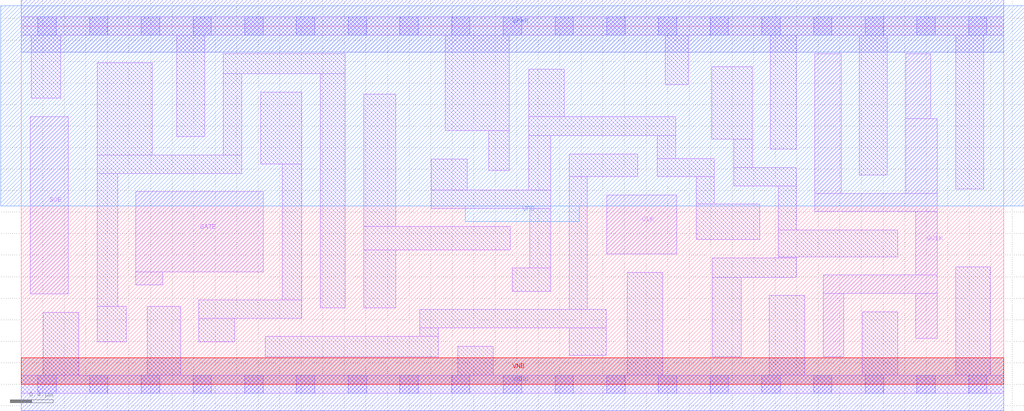
<source format=lef>
# Copyright 2020 The SkyWater PDK Authors
#
# Licensed under the Apache License, Version 2.0 (the "License");
# you may not use this file except in compliance with the License.
# You may obtain a copy of the License at
#
#     https://www.apache.org/licenses/LICENSE-2.0
#
# Unless required by applicable law or agreed to in writing, software
# distributed under the License is distributed on an "AS IS" BASIS,
# WITHOUT WARRANTIES OR CONDITIONS OF ANY KIND, either express or implied.
# See the License for the specific language governing permissions and
# limitations under the License.
#
# SPDX-License-Identifier: Apache-2.0

VERSION 5.7 ;
  NOWIREEXTENSIONATPIN ON ;
  DIVIDERCHAR "/" ;
  BUSBITCHARS "[]" ;
MACRO sky130_fd_sc_lp__sdlclkp_4
  CLASS CORE ;
  FOREIGN sky130_fd_sc_lp__sdlclkp_4 ;
  ORIGIN  0.000000  0.000000 ;
  SIZE  9.120000 BY  3.330000 ;
  SYMMETRY X Y R90 ;
  SITE unit ;
  PIN GATE
    ANTENNAGATEAREA  0.159000 ;
    DIRECTION INPUT ;
    USE SIGNAL ;
    PORT
      LAYER li1 ;
        RECT 1.065000 0.925000 1.315000 1.045000 ;
        RECT 1.065000 1.045000 2.245000 1.790000 ;
    END
  END GATE
  PIN GCLK
    ANTENNADIFFAREA  1.176000 ;
    DIRECTION OUTPUT ;
    USE SIGNAL ;
    PORT
      LAYER li1 ;
        RECT 7.365000 1.605000 8.505000 1.775000 ;
        RECT 7.365000 1.775000 7.610000 3.075000 ;
        RECT 7.445000 0.255000 7.635000 0.845000 ;
        RECT 7.445000 0.845000 8.505000 1.015000 ;
        RECT 8.210000 1.775000 8.505000 2.470000 ;
        RECT 8.210000 2.470000 8.445000 3.075000 ;
        RECT 8.305000 0.425000 8.505000 0.845000 ;
        RECT 8.305000 1.015000 8.505000 1.605000 ;
    END
  END GCLK
  PIN SCE
    ANTENNAGATEAREA  0.159000 ;
    DIRECTION INPUT ;
    USE SIGNAL ;
    PORT
      LAYER li1 ;
        RECT 0.085000 0.840000 0.435000 2.490000 ;
    END
  END SCE
  PIN CLK
    ANTENNAGATEAREA  0.474000 ;
    DIRECTION INPUT ;
    USE CLOCK ;
    PORT
      LAYER li1 ;
        RECT 5.435000 1.210000 6.085000 1.760000 ;
    END
  END CLK
  PIN VGND
    DIRECTION INOUT ;
    USE GROUND ;
    PORT
      LAYER met1 ;
        RECT 0.000000 -0.245000 9.120000 0.245000 ;
    END
  END VGND
  PIN VNB
    DIRECTION INOUT ;
    USE GROUND ;
    PORT
      LAYER pwell ;
        RECT 0.000000 0.000000 9.120000 0.245000 ;
    END
  END VNB
  PIN VPB
    DIRECTION INOUT ;
    USE POWER ;
    PORT
      LAYER nwell ;
        RECT -0.190000 1.655000 9.310000 3.520000 ;
        RECT  4.120000 1.515000 5.180000 1.655000 ;
    END
  END VPB
  PIN VPWR
    DIRECTION INOUT ;
    USE POWER ;
    PORT
      LAYER met1 ;
        RECT 0.000000 3.085000 9.120000 3.575000 ;
    END
  END VPWR
  OBS
    LAYER li1 ;
      RECT 0.000000 -0.085000 9.120000 0.085000 ;
      RECT 0.000000  3.245000 9.120000 3.415000 ;
      RECT 0.095000  2.660000 0.365000 3.245000 ;
      RECT 0.205000  0.085000 0.535000 0.670000 ;
      RECT 0.705000  0.395000 0.975000 0.725000 ;
      RECT 0.705000  0.725000 0.895000 1.960000 ;
      RECT 0.705000  1.960000 2.045000 2.130000 ;
      RECT 0.705000  2.130000 1.215000 2.990000 ;
      RECT 1.170000  0.085000 1.480000 0.725000 ;
      RECT 1.445000  2.300000 1.705000 3.245000 ;
      RECT 1.650000  0.395000 1.980000 0.615000 ;
      RECT 1.650000  0.615000 2.605000 0.785000 ;
      RECT 1.875000  2.130000 2.045000 2.885000 ;
      RECT 1.875000  2.885000 3.010000 3.075000 ;
      RECT 2.225000  2.045000 2.605000 2.715000 ;
      RECT 2.265000  0.255000 3.870000 0.445000 ;
      RECT 2.425000  0.785000 2.605000 2.045000 ;
      RECT 2.775000  0.710000 3.010000 2.885000 ;
      RECT 3.180000  0.710000 3.475000 1.250000 ;
      RECT 3.180000  1.250000 4.540000 1.465000 ;
      RECT 3.180000  1.465000 3.475000 2.695000 ;
      RECT 3.700000  0.445000 3.870000 0.525000 ;
      RECT 3.700000  0.525000 5.430000 0.695000 ;
      RECT 3.805000  1.635000 4.915000 1.805000 ;
      RECT 3.805000  1.805000 4.140000 2.095000 ;
      RECT 3.935000  2.360000 4.530000 3.245000 ;
      RECT 4.050000  0.085000 4.380000 0.355000 ;
      RECT 4.340000  1.985000 4.530000 2.360000 ;
      RECT 4.560000  0.865000 4.915000 1.080000 ;
      RECT 4.710000  1.805000 4.915000 2.310000 ;
      RECT 4.710000  2.310000 6.075000 2.490000 ;
      RECT 4.710000  2.490000 5.040000 2.930000 ;
      RECT 4.720000  1.080000 4.915000 1.635000 ;
      RECT 5.085000  0.270000 5.430000 0.525000 ;
      RECT 5.085000  0.695000 5.255000 1.930000 ;
      RECT 5.085000  1.930000 5.725000 2.140000 ;
      RECT 5.625000  0.085000 5.955000 1.040000 ;
      RECT 5.905000  1.930000 6.435000 2.100000 ;
      RECT 5.905000  2.100000 6.075000 2.310000 ;
      RECT 5.980000  2.785000 6.190000 3.245000 ;
      RECT 6.265000  1.345000 6.855000 1.675000 ;
      RECT 6.265000  1.675000 6.435000 1.930000 ;
      RECT 6.410000  2.280000 6.785000 2.950000 ;
      RECT 6.415000  0.255000 6.685000 0.995000 ;
      RECT 6.415000  0.995000 7.195000 1.175000 ;
      RECT 6.615000  1.845000 7.195000 2.015000 ;
      RECT 6.615000  2.015000 6.785000 2.280000 ;
      RECT 6.945000  0.085000 7.275000 0.825000 ;
      RECT 6.955000  2.185000 7.195000 3.245000 ;
      RECT 7.025000  1.175000 7.195000 1.185000 ;
      RECT 7.025000  1.185000 8.135000 1.435000 ;
      RECT 7.025000  1.435000 7.195000 1.845000 ;
      RECT 7.780000  1.945000 8.040000 3.245000 ;
      RECT 7.805000  0.085000 8.135000 0.675000 ;
      RECT 8.675000  0.085000 8.995000 1.090000 ;
      RECT 8.675000  1.815000 8.935000 3.245000 ;
    LAYER mcon ;
      RECT 0.155000 -0.085000 0.325000 0.085000 ;
      RECT 0.155000  3.245000 0.325000 3.415000 ;
      RECT 0.635000 -0.085000 0.805000 0.085000 ;
      RECT 0.635000  3.245000 0.805000 3.415000 ;
      RECT 1.115000 -0.085000 1.285000 0.085000 ;
      RECT 1.115000  3.245000 1.285000 3.415000 ;
      RECT 1.595000 -0.085000 1.765000 0.085000 ;
      RECT 1.595000  3.245000 1.765000 3.415000 ;
      RECT 2.075000 -0.085000 2.245000 0.085000 ;
      RECT 2.075000  3.245000 2.245000 3.415000 ;
      RECT 2.555000 -0.085000 2.725000 0.085000 ;
      RECT 2.555000  3.245000 2.725000 3.415000 ;
      RECT 3.035000 -0.085000 3.205000 0.085000 ;
      RECT 3.035000  3.245000 3.205000 3.415000 ;
      RECT 3.515000 -0.085000 3.685000 0.085000 ;
      RECT 3.515000  3.245000 3.685000 3.415000 ;
      RECT 3.995000 -0.085000 4.165000 0.085000 ;
      RECT 3.995000  3.245000 4.165000 3.415000 ;
      RECT 4.475000 -0.085000 4.645000 0.085000 ;
      RECT 4.475000  3.245000 4.645000 3.415000 ;
      RECT 4.955000 -0.085000 5.125000 0.085000 ;
      RECT 4.955000  3.245000 5.125000 3.415000 ;
      RECT 5.435000 -0.085000 5.605000 0.085000 ;
      RECT 5.435000  3.245000 5.605000 3.415000 ;
      RECT 5.915000 -0.085000 6.085000 0.085000 ;
      RECT 5.915000  3.245000 6.085000 3.415000 ;
      RECT 6.395000 -0.085000 6.565000 0.085000 ;
      RECT 6.395000  3.245000 6.565000 3.415000 ;
      RECT 6.875000 -0.085000 7.045000 0.085000 ;
      RECT 6.875000  3.245000 7.045000 3.415000 ;
      RECT 7.355000 -0.085000 7.525000 0.085000 ;
      RECT 7.355000  3.245000 7.525000 3.415000 ;
      RECT 7.835000 -0.085000 8.005000 0.085000 ;
      RECT 7.835000  3.245000 8.005000 3.415000 ;
      RECT 8.315000 -0.085000 8.485000 0.085000 ;
      RECT 8.315000  3.245000 8.485000 3.415000 ;
      RECT 8.795000 -0.085000 8.965000 0.085000 ;
      RECT 8.795000  3.245000 8.965000 3.415000 ;
  END
END sky130_fd_sc_lp__sdlclkp_4
END LIBRARY

</source>
